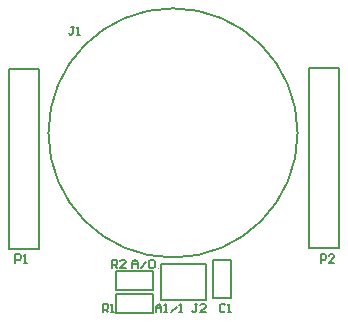
<source format=gto>
G04*
G04 #@! TF.GenerationSoftware,Altium Limited,Altium Designer,18.1.9 (240)*
G04*
G04 Layer_Color=65535*
%FSAX25Y25*%
%MOIN*%
G70*
G01*
G75*
%ADD10C,0.00787*%
%ADD11C,0.00394*%
%ADD12C,0.00591*%
D10*
X0602535Y0232500D02*
G03*
X0602535Y0232500I-0041535J0000000D01*
G01*
X0580492Y0177468D02*
Y0190066D01*
X0574193Y0177468D02*
X0580492D01*
X0574193D02*
Y0190066D01*
X0580492D01*
X0557002Y0188924D02*
X0572002D01*
Y0176924D02*
Y0188924D01*
X0557002Y0176924D02*
X0572002D01*
X0557002D02*
Y0188924D01*
X0516500Y0193900D02*
Y0253900D01*
X0506500Y0193900D02*
Y0253900D01*
Y0193900D02*
X0516500D01*
X0506500Y0253900D02*
X0516500D01*
X0606400Y0194000D02*
Y0254000D01*
X0616400Y0194000D02*
Y0254000D01*
X0606400D02*
X0616400D01*
X0606400Y0194000D02*
X0616400D01*
X0542146Y0180072D02*
X0554350D01*
X0542146D02*
Y0186371D01*
X0554350D01*
Y0180072D02*
Y0186371D01*
X0542150Y0178728D02*
X0554354D01*
Y0172429D02*
Y0178728D01*
X0542150Y0172429D02*
X0554354D01*
X0542150D02*
Y0178728D01*
D11*
X0556198Y0187424D02*
G03*
X0556198Y0187424I-0000197J0000000D01*
G01*
D12*
X0555300Y0172800D02*
Y0174637D01*
X0556218Y0175555D01*
X0557137Y0174637D01*
Y0172800D01*
Y0174178D01*
X0555300D01*
X0558055Y0172800D02*
X0558973D01*
X0558514D01*
Y0175555D01*
X0558055Y0175096D01*
X0560351Y0172800D02*
X0562188Y0174637D01*
X0563106Y0172800D02*
X0564024D01*
X0563565D01*
Y0175555D01*
X0563106Y0175096D01*
X0547500Y0187500D02*
Y0189337D01*
X0548418Y0190255D01*
X0549337Y0189337D01*
Y0187500D01*
Y0188877D01*
X0547500D01*
X0550255Y0187500D02*
X0552092Y0189337D01*
X0553010Y0189796D02*
X0553469Y0190255D01*
X0554388D01*
X0554847Y0189796D01*
Y0187959D01*
X0554388Y0187500D01*
X0553469D01*
X0553010Y0187959D01*
Y0189796D01*
X0508500Y0189300D02*
Y0192055D01*
X0509877D01*
X0510337Y0191596D01*
Y0190677D01*
X0509877Y0190218D01*
X0508500D01*
X0511255Y0189300D02*
X0512173D01*
X0511714D01*
Y0192055D01*
X0511255Y0191596D01*
X0610200Y0189300D02*
Y0192055D01*
X0611578D01*
X0612037Y0191596D01*
Y0190677D01*
X0611578Y0190218D01*
X0610200D01*
X0614792Y0189300D02*
X0612955D01*
X0614792Y0191137D01*
Y0191596D01*
X0614332Y0192055D01*
X0613414D01*
X0612955Y0191596D01*
X0528037Y0267955D02*
X0527118D01*
X0527577D01*
Y0265659D01*
X0527118Y0265200D01*
X0526659D01*
X0526200Y0265659D01*
X0528955Y0265200D02*
X0529873D01*
X0529414D01*
Y0267955D01*
X0528955Y0267496D01*
X0569137Y0175555D02*
X0568218D01*
X0568678D01*
Y0173259D01*
X0568218Y0172800D01*
X0567759D01*
X0567300Y0173259D01*
X0571892Y0172800D02*
X0570055D01*
X0571892Y0174637D01*
Y0175096D01*
X0571432Y0175555D01*
X0570514D01*
X0570055Y0175096D01*
X0578437D02*
X0577978Y0175555D01*
X0577059D01*
X0576600Y0175096D01*
Y0173259D01*
X0577059Y0172800D01*
X0577978D01*
X0578437Y0173259D01*
X0579355Y0172800D02*
X0580273D01*
X0579814D01*
Y0175555D01*
X0579355Y0175096D01*
X0537600Y0172717D02*
Y0175472D01*
X0538977D01*
X0539437Y0175013D01*
Y0174095D01*
X0538977Y0173635D01*
X0537600D01*
X0538518D02*
X0539437Y0172717D01*
X0540355D02*
X0541273D01*
X0540814D01*
Y0175472D01*
X0540355Y0175013D01*
X0540600Y0187500D02*
Y0190255D01*
X0541978D01*
X0542437Y0189796D01*
Y0188877D01*
X0541978Y0188418D01*
X0540600D01*
X0541518D02*
X0542437Y0187500D01*
X0545192D02*
X0543355D01*
X0545192Y0189337D01*
Y0189796D01*
X0544733Y0190255D01*
X0543814D01*
X0543355Y0189796D01*
M02*

</source>
